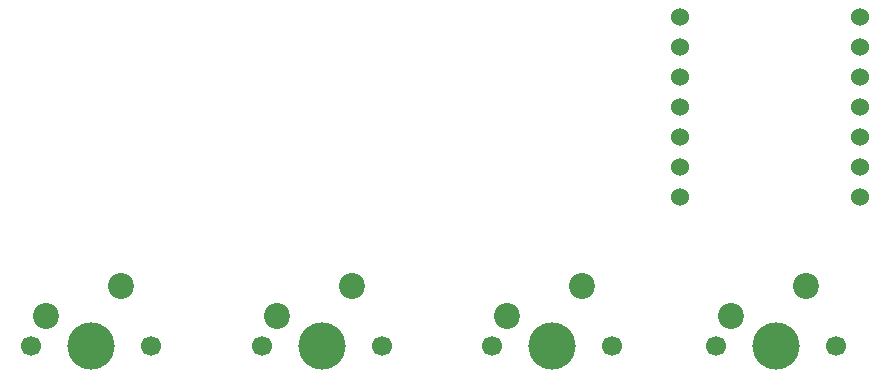
<source format=gbr>
%TF.GenerationSoftware,KiCad,Pcbnew,9.0.2*%
%TF.CreationDate,2025-06-28T12:52:55-04:00*%
%TF.ProjectId,Kicadproject1,4b696361-6470-4726-9f6a-656374312e6b,rev?*%
%TF.SameCoordinates,Original*%
%TF.FileFunction,Soldermask,Bot*%
%TF.FilePolarity,Negative*%
%FSLAX46Y46*%
G04 Gerber Fmt 4.6, Leading zero omitted, Abs format (unit mm)*
G04 Created by KiCad (PCBNEW 9.0.2) date 2025-06-28 12:52:55*
%MOMM*%
%LPD*%
G01*
G04 APERTURE LIST*
%ADD10C,2.200000*%
%ADD11C,1.700000*%
%ADD12C,4.000000*%
%ADD13C,1.524000*%
G04 APERTURE END LIST*
D10*
%TO.C,SW4*%
X59690000Y-87460000D03*
X66040000Y-84920000D03*
D11*
X68580000Y-90000000D03*
D12*
X63500000Y-90000000D03*
D11*
X58420000Y-90000000D03*
%TD*%
D13*
%TO.C,U1*%
X113380000Y-62148500D03*
X113380000Y-64688500D03*
X113380000Y-67228500D03*
X113380000Y-69768500D03*
X113380000Y-72308500D03*
X113380000Y-74848500D03*
X113380000Y-77388500D03*
X128620000Y-77388500D03*
X128620000Y-74848500D03*
X128620000Y-72308500D03*
X128620000Y-69768500D03*
X128620000Y-67228500D03*
X128620000Y-64688500D03*
X128620000Y-62148500D03*
%TD*%
D11*
%TO.C,SW3*%
X116420000Y-90000000D03*
D12*
X121500000Y-90000000D03*
D11*
X126580000Y-90000000D03*
D10*
X124040000Y-84920000D03*
X117690000Y-87460000D03*
%TD*%
D11*
%TO.C,SW2*%
X97420000Y-90000000D03*
D12*
X102500000Y-90000000D03*
D11*
X107580000Y-90000000D03*
D10*
X105040000Y-84920000D03*
X98690000Y-87460000D03*
%TD*%
D11*
%TO.C,SW1*%
X77920000Y-90000000D03*
D12*
X83000000Y-90000000D03*
D11*
X88080000Y-90000000D03*
D10*
X85540000Y-84920000D03*
X79190000Y-87460000D03*
%TD*%
M02*

</source>
